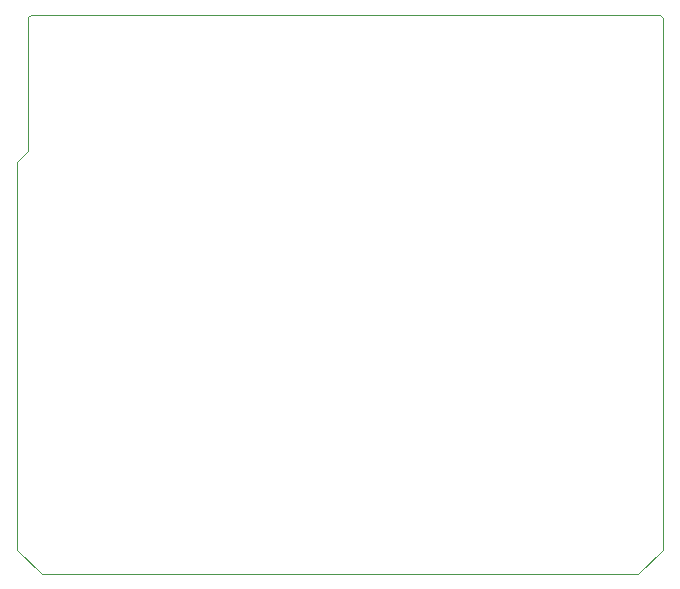
<source format=gbr>
%TF.GenerationSoftware,KiCad,Pcbnew,(6.0.2)*%
%TF.CreationDate,2022-04-06T14:17:41-06:00*%
%TF.ProjectId,DB25m_F4_THTV1,44423235-6d5f-4463-945f-54485456312e,rev?*%
%TF.SameCoordinates,Original*%
%TF.FileFunction,Profile,NP*%
%FSLAX46Y46*%
G04 Gerber Fmt 4.6, Leading zero omitted, Abs format (unit mm)*
G04 Created by KiCad (PCBNEW (6.0.2)) date 2022-04-06 14:17:41*
%MOMM*%
%LPD*%
G01*
G04 APERTURE LIST*
%TA.AperFunction,Profile*%
%ADD10C,0.100000*%
%TD*%
G04 APERTURE END LIST*
D10*
X156806900Y-53583840D02*
X103527860Y-53583840D01*
X103527860Y-53583840D02*
X103319580Y-53792120D01*
X156806900Y-53583840D02*
X157078680Y-53855620D01*
X102362000Y-98851720D02*
X104465120Y-100954840D01*
X157078680Y-98851720D02*
X154975560Y-100954840D01*
X154975560Y-100954840D02*
X104465120Y-100954840D01*
X103319580Y-65072260D02*
X103319580Y-53792120D01*
X157078680Y-53855620D02*
X157078680Y-98851720D01*
X102362000Y-66029840D02*
X103319580Y-65072260D01*
X102362000Y-98851720D02*
X102362000Y-66029840D01*
M02*

</source>
